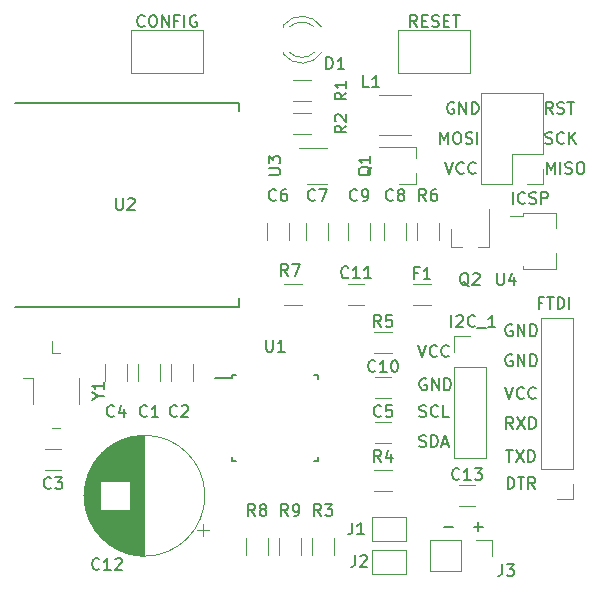
<source format=gbr>
%TF.GenerationSoftware,KiCad,Pcbnew,(6.0.7)*%
%TF.CreationDate,2023-04-08T23:37:57+02:00*%
%TF.ProjectId,hb-uni-644_328P_small,68622d75-6e69-42d3-9634-345f33323850,rev?*%
%TF.SameCoordinates,Original*%
%TF.FileFunction,Legend,Top*%
%TF.FilePolarity,Positive*%
%FSLAX46Y46*%
G04 Gerber Fmt 4.6, Leading zero omitted, Abs format (unit mm)*
G04 Created by KiCad (PCBNEW (6.0.7)) date 2023-04-08 23:37:57*
%MOMM*%
%LPD*%
G01*
G04 APERTURE LIST*
%ADD10C,0.150000*%
%ADD11C,0.120000*%
G04 APERTURE END LIST*
D10*
X69278666Y-79716380D02*
X69612000Y-80716380D01*
X69945333Y-79716380D01*
X70850095Y-80621142D02*
X70802476Y-80668761D01*
X70659619Y-80716380D01*
X70564380Y-80716380D01*
X70421523Y-80668761D01*
X70326285Y-80573523D01*
X70278666Y-80478285D01*
X70231047Y-80287809D01*
X70231047Y-80144952D01*
X70278666Y-79954476D01*
X70326285Y-79859238D01*
X70421523Y-79764000D01*
X70564380Y-79716380D01*
X70659619Y-79716380D01*
X70802476Y-79764000D01*
X70850095Y-79811619D01*
X71850095Y-80621142D02*
X71802476Y-80668761D01*
X71659619Y-80716380D01*
X71564380Y-80716380D01*
X71421523Y-80668761D01*
X71326285Y-80573523D01*
X71278666Y-80478285D01*
X71231047Y-80287809D01*
X71231047Y-80144952D01*
X71278666Y-79954476D01*
X71326285Y-79859238D01*
X71421523Y-79764000D01*
X71564380Y-79716380D01*
X71659619Y-79716380D01*
X71802476Y-79764000D01*
X71850095Y-79811619D01*
X72790595Y-61651380D02*
X72790595Y-60651380D01*
X73123928Y-61365666D01*
X73457261Y-60651380D01*
X73457261Y-61651380D01*
X73933452Y-61651380D02*
X73933452Y-60651380D01*
X74362023Y-61603761D02*
X74504880Y-61651380D01*
X74742976Y-61651380D01*
X74838214Y-61603761D01*
X74885833Y-61556142D01*
X74933452Y-61460904D01*
X74933452Y-61365666D01*
X74885833Y-61270428D01*
X74838214Y-61222809D01*
X74742976Y-61175190D01*
X74552500Y-61127571D01*
X74457261Y-61079952D01*
X74409642Y-61032333D01*
X74362023Y-60937095D01*
X74362023Y-60841857D01*
X74409642Y-60746619D01*
X74457261Y-60699000D01*
X74552500Y-60651380D01*
X74790595Y-60651380D01*
X74933452Y-60699000D01*
X75552500Y-60651380D02*
X75742976Y-60651380D01*
X75838214Y-60699000D01*
X75933452Y-60794238D01*
X75981071Y-60984714D01*
X75981071Y-61318047D01*
X75933452Y-61508523D01*
X75838214Y-61603761D01*
X75742976Y-61651380D01*
X75552500Y-61651380D01*
X75457261Y-61603761D01*
X75362023Y-61508523D01*
X75314404Y-61318047D01*
X75314404Y-60984714D01*
X75362023Y-60794238D01*
X75457261Y-60699000D01*
X75552500Y-60651380D01*
X73302023Y-56571380D02*
X72968690Y-56095190D01*
X72730595Y-56571380D02*
X72730595Y-55571380D01*
X73111547Y-55571380D01*
X73206785Y-55619000D01*
X73254404Y-55666619D01*
X73302023Y-55761857D01*
X73302023Y-55904714D01*
X73254404Y-55999952D01*
X73206785Y-56047571D01*
X73111547Y-56095190D01*
X72730595Y-56095190D01*
X73682976Y-56523761D02*
X73825833Y-56571380D01*
X74063928Y-56571380D01*
X74159166Y-56523761D01*
X74206785Y-56476142D01*
X74254404Y-56380904D01*
X74254404Y-56285666D01*
X74206785Y-56190428D01*
X74159166Y-56142809D01*
X74063928Y-56095190D01*
X73873452Y-56047571D01*
X73778214Y-55999952D01*
X73730595Y-55952333D01*
X73682976Y-55857095D01*
X73682976Y-55761857D01*
X73730595Y-55666619D01*
X73778214Y-55619000D01*
X73873452Y-55571380D01*
X74111547Y-55571380D01*
X74254404Y-55619000D01*
X74540119Y-55571380D02*
X75111547Y-55571380D01*
X74825833Y-56571380D02*
X74825833Y-55571380D01*
X64089595Y-91511428D02*
X64851500Y-91511428D01*
X62581404Y-79012000D02*
X62486166Y-78964380D01*
X62343309Y-78964380D01*
X62200452Y-79012000D01*
X62105214Y-79107238D01*
X62057595Y-79202476D01*
X62009976Y-79392952D01*
X62009976Y-79535809D01*
X62057595Y-79726285D01*
X62105214Y-79821523D01*
X62200452Y-79916761D01*
X62343309Y-79964380D01*
X62438547Y-79964380D01*
X62581404Y-79916761D01*
X62629023Y-79869142D01*
X62629023Y-79535809D01*
X62438547Y-79535809D01*
X63057595Y-79964380D02*
X63057595Y-78964380D01*
X63629023Y-79964380D01*
X63629023Y-78964380D01*
X64105214Y-79964380D02*
X64105214Y-78964380D01*
X64343309Y-78964380D01*
X64486166Y-79012000D01*
X64581404Y-79107238D01*
X64629023Y-79202476D01*
X64676642Y-79392952D01*
X64676642Y-79535809D01*
X64629023Y-79726285D01*
X64581404Y-79821523D01*
X64486166Y-79916761D01*
X64343309Y-79964380D01*
X64105214Y-79964380D01*
X69469142Y-88336380D02*
X69469142Y-87336380D01*
X69707238Y-87336380D01*
X69850095Y-87384000D01*
X69945333Y-87479238D01*
X69992952Y-87574476D01*
X70040571Y-87764952D01*
X70040571Y-87907809D01*
X69992952Y-88098285D01*
X69945333Y-88193523D01*
X69850095Y-88288761D01*
X69707238Y-88336380D01*
X69469142Y-88336380D01*
X70326285Y-87336380D02*
X70897714Y-87336380D01*
X70612000Y-88336380D02*
X70612000Y-87336380D01*
X71802476Y-88336380D02*
X71469142Y-87860190D01*
X71231047Y-88336380D02*
X71231047Y-87336380D01*
X71612000Y-87336380D01*
X71707238Y-87384000D01*
X71754857Y-87431619D01*
X71802476Y-87526857D01*
X71802476Y-87669714D01*
X71754857Y-87764952D01*
X71707238Y-87812571D01*
X71612000Y-87860190D01*
X71231047Y-87860190D01*
X61914738Y-76160380D02*
X62248071Y-77160380D01*
X62581404Y-76160380D01*
X63486166Y-77065142D02*
X63438547Y-77112761D01*
X63295690Y-77160380D01*
X63200452Y-77160380D01*
X63057595Y-77112761D01*
X62962357Y-77017523D01*
X62914738Y-76922285D01*
X62867119Y-76731809D01*
X62867119Y-76588952D01*
X62914738Y-76398476D01*
X62962357Y-76303238D01*
X63057595Y-76208000D01*
X63200452Y-76160380D01*
X63295690Y-76160380D01*
X63438547Y-76208000D01*
X63486166Y-76255619D01*
X64486166Y-77065142D02*
X64438547Y-77112761D01*
X64295690Y-77160380D01*
X64200452Y-77160380D01*
X64057595Y-77112761D01*
X63962357Y-77017523D01*
X63914738Y-76922285D01*
X63867119Y-76731809D01*
X63867119Y-76588952D01*
X63914738Y-76398476D01*
X63962357Y-76303238D01*
X64057595Y-76208000D01*
X64200452Y-76160380D01*
X64295690Y-76160380D01*
X64438547Y-76208000D01*
X64486166Y-76255619D01*
X62009976Y-82192761D02*
X62152833Y-82240380D01*
X62390928Y-82240380D01*
X62486166Y-82192761D01*
X62533785Y-82145142D01*
X62581404Y-82049904D01*
X62581404Y-81954666D01*
X62533785Y-81859428D01*
X62486166Y-81811809D01*
X62390928Y-81764190D01*
X62200452Y-81716571D01*
X62105214Y-81668952D01*
X62057595Y-81621333D01*
X62009976Y-81526095D01*
X62009976Y-81430857D01*
X62057595Y-81335619D01*
X62105214Y-81288000D01*
X62200452Y-81240380D01*
X62438547Y-81240380D01*
X62581404Y-81288000D01*
X63581404Y-82145142D02*
X63533785Y-82192761D01*
X63390928Y-82240380D01*
X63295690Y-82240380D01*
X63152833Y-82192761D01*
X63057595Y-82097523D01*
X63009976Y-82002285D01*
X62962357Y-81811809D01*
X62962357Y-81668952D01*
X63009976Y-81478476D01*
X63057595Y-81383238D01*
X63152833Y-81288000D01*
X63295690Y-81240380D01*
X63390928Y-81240380D01*
X63533785Y-81288000D01*
X63581404Y-81335619D01*
X64486166Y-82240380D02*
X64009976Y-82240380D01*
X64009976Y-81240380D01*
X72682976Y-59063761D02*
X72825833Y-59111380D01*
X73063928Y-59111380D01*
X73159166Y-59063761D01*
X73206785Y-59016142D01*
X73254404Y-58920904D01*
X73254404Y-58825666D01*
X73206785Y-58730428D01*
X73159166Y-58682809D01*
X73063928Y-58635190D01*
X72873452Y-58587571D01*
X72778214Y-58539952D01*
X72730595Y-58492333D01*
X72682976Y-58397095D01*
X72682976Y-58301857D01*
X72730595Y-58206619D01*
X72778214Y-58159000D01*
X72873452Y-58111380D01*
X73111547Y-58111380D01*
X73254404Y-58159000D01*
X74254404Y-59016142D02*
X74206785Y-59063761D01*
X74063928Y-59111380D01*
X73968690Y-59111380D01*
X73825833Y-59063761D01*
X73730595Y-58968523D01*
X73682976Y-58873285D01*
X73635357Y-58682809D01*
X73635357Y-58539952D01*
X73682976Y-58349476D01*
X73730595Y-58254238D01*
X73825833Y-58159000D01*
X73968690Y-58111380D01*
X74063928Y-58111380D01*
X74206785Y-58159000D01*
X74254404Y-58206619D01*
X74682976Y-59111380D02*
X74682976Y-58111380D01*
X75254404Y-59111380D02*
X74825833Y-58539952D01*
X75254404Y-58111380D02*
X74682976Y-58682809D01*
X64196595Y-60666380D02*
X64529928Y-61666380D01*
X64863261Y-60666380D01*
X65768023Y-61571142D02*
X65720404Y-61618761D01*
X65577547Y-61666380D01*
X65482309Y-61666380D01*
X65339452Y-61618761D01*
X65244214Y-61523523D01*
X65196595Y-61428285D01*
X65148976Y-61237809D01*
X65148976Y-61094952D01*
X65196595Y-60904476D01*
X65244214Y-60809238D01*
X65339452Y-60714000D01*
X65482309Y-60666380D01*
X65577547Y-60666380D01*
X65720404Y-60714000D01*
X65768023Y-60761619D01*
X66768023Y-61571142D02*
X66720404Y-61618761D01*
X66577547Y-61666380D01*
X66482309Y-61666380D01*
X66339452Y-61618761D01*
X66244214Y-61523523D01*
X66196595Y-61428285D01*
X66148976Y-61237809D01*
X66148976Y-61094952D01*
X66196595Y-60904476D01*
X66244214Y-60809238D01*
X66339452Y-60714000D01*
X66482309Y-60666380D01*
X66577547Y-60666380D01*
X66720404Y-60714000D01*
X66768023Y-60761619D01*
X69350095Y-85050380D02*
X69921523Y-85050380D01*
X69635809Y-86050380D02*
X69635809Y-85050380D01*
X70159619Y-85050380D02*
X70826285Y-86050380D01*
X70826285Y-85050380D02*
X70159619Y-86050380D01*
X71207238Y-86050380D02*
X71207238Y-85050380D01*
X71445333Y-85050380D01*
X71588190Y-85098000D01*
X71683428Y-85193238D01*
X71731047Y-85288476D01*
X71778666Y-85478952D01*
X71778666Y-85621809D01*
X71731047Y-85812285D01*
X71683428Y-85907523D01*
X71588190Y-86002761D01*
X71445333Y-86050380D01*
X71207238Y-86050380D01*
X64926785Y-55634000D02*
X64831547Y-55586380D01*
X64688690Y-55586380D01*
X64545833Y-55634000D01*
X64450595Y-55729238D01*
X64402976Y-55824476D01*
X64355357Y-56014952D01*
X64355357Y-56157809D01*
X64402976Y-56348285D01*
X64450595Y-56443523D01*
X64545833Y-56538761D01*
X64688690Y-56586380D01*
X64783928Y-56586380D01*
X64926785Y-56538761D01*
X64974404Y-56491142D01*
X64974404Y-56157809D01*
X64783928Y-56157809D01*
X65402976Y-56586380D02*
X65402976Y-55586380D01*
X65974404Y-56586380D01*
X65974404Y-55586380D01*
X66450595Y-56586380D02*
X66450595Y-55586380D01*
X66688690Y-55586380D01*
X66831547Y-55634000D01*
X66926785Y-55729238D01*
X66974404Y-55824476D01*
X67022023Y-56014952D01*
X67022023Y-56157809D01*
X66974404Y-56348285D01*
X66926785Y-56443523D01*
X66831547Y-56538761D01*
X66688690Y-56586380D01*
X66450595Y-56586380D01*
X63776547Y-59111380D02*
X63776547Y-58111380D01*
X64109880Y-58825666D01*
X64443214Y-58111380D01*
X64443214Y-59111380D01*
X65109880Y-58111380D02*
X65300357Y-58111380D01*
X65395595Y-58159000D01*
X65490833Y-58254238D01*
X65538452Y-58444714D01*
X65538452Y-58778047D01*
X65490833Y-58968523D01*
X65395595Y-59063761D01*
X65300357Y-59111380D01*
X65109880Y-59111380D01*
X65014642Y-59063761D01*
X64919404Y-58968523D01*
X64871785Y-58778047D01*
X64871785Y-58444714D01*
X64919404Y-58254238D01*
X65014642Y-58159000D01*
X65109880Y-58111380D01*
X65919404Y-59063761D02*
X66062261Y-59111380D01*
X66300357Y-59111380D01*
X66395595Y-59063761D01*
X66443214Y-59016142D01*
X66490833Y-58920904D01*
X66490833Y-58825666D01*
X66443214Y-58730428D01*
X66395595Y-58682809D01*
X66300357Y-58635190D01*
X66109880Y-58587571D01*
X66014642Y-58539952D01*
X65967023Y-58492333D01*
X65919404Y-58397095D01*
X65919404Y-58301857D01*
X65967023Y-58206619D01*
X66014642Y-58159000D01*
X66109880Y-58111380D01*
X66347976Y-58111380D01*
X66490833Y-58159000D01*
X66919404Y-59111380D02*
X66919404Y-58111380D01*
X69945333Y-83256380D02*
X69612000Y-82780190D01*
X69373904Y-83256380D02*
X69373904Y-82256380D01*
X69754857Y-82256380D01*
X69850095Y-82304000D01*
X69897714Y-82351619D01*
X69945333Y-82446857D01*
X69945333Y-82589714D01*
X69897714Y-82684952D01*
X69850095Y-82732571D01*
X69754857Y-82780190D01*
X69373904Y-82780190D01*
X70278666Y-82256380D02*
X70945333Y-83256380D01*
X70945333Y-82256380D02*
X70278666Y-83256380D01*
X71326285Y-83256380D02*
X71326285Y-82256380D01*
X71564380Y-82256380D01*
X71707238Y-82304000D01*
X71802476Y-82399238D01*
X71850095Y-82494476D01*
X71897714Y-82684952D01*
X71897714Y-82827809D01*
X71850095Y-83018285D01*
X71802476Y-83113523D01*
X71707238Y-83208761D01*
X71564380Y-83256380D01*
X71326285Y-83256380D01*
X62009976Y-84732761D02*
X62152833Y-84780380D01*
X62390928Y-84780380D01*
X62486166Y-84732761D01*
X62533785Y-84685142D01*
X62581404Y-84589904D01*
X62581404Y-84494666D01*
X62533785Y-84399428D01*
X62486166Y-84351809D01*
X62390928Y-84304190D01*
X62200452Y-84256571D01*
X62105214Y-84208952D01*
X62057595Y-84161333D01*
X62009976Y-84066095D01*
X62009976Y-83970857D01*
X62057595Y-83875619D01*
X62105214Y-83828000D01*
X62200452Y-83780380D01*
X62438547Y-83780380D01*
X62581404Y-83828000D01*
X63009976Y-84780380D02*
X63009976Y-83780380D01*
X63248071Y-83780380D01*
X63390928Y-83828000D01*
X63486166Y-83923238D01*
X63533785Y-84018476D01*
X63581404Y-84208952D01*
X63581404Y-84351809D01*
X63533785Y-84542285D01*
X63486166Y-84637523D01*
X63390928Y-84732761D01*
X63248071Y-84780380D01*
X63009976Y-84780380D01*
X63962357Y-84494666D02*
X64438547Y-84494666D01*
X63867119Y-84780380D02*
X64200452Y-83780380D01*
X64533785Y-84780380D01*
X66629595Y-91511428D02*
X67391500Y-91511428D01*
X67010547Y-91892380D02*
X67010547Y-91130476D01*
X69850095Y-74440000D02*
X69754857Y-74392380D01*
X69612000Y-74392380D01*
X69469142Y-74440000D01*
X69373904Y-74535238D01*
X69326285Y-74630476D01*
X69278666Y-74820952D01*
X69278666Y-74963809D01*
X69326285Y-75154285D01*
X69373904Y-75249523D01*
X69469142Y-75344761D01*
X69612000Y-75392380D01*
X69707238Y-75392380D01*
X69850095Y-75344761D01*
X69897714Y-75297142D01*
X69897714Y-74963809D01*
X69707238Y-74963809D01*
X70326285Y-75392380D02*
X70326285Y-74392380D01*
X70897714Y-75392380D01*
X70897714Y-74392380D01*
X71373904Y-75392380D02*
X71373904Y-74392380D01*
X71612000Y-74392380D01*
X71754857Y-74440000D01*
X71850095Y-74535238D01*
X71897714Y-74630476D01*
X71945333Y-74820952D01*
X71945333Y-74963809D01*
X71897714Y-75154285D01*
X71850095Y-75249523D01*
X71754857Y-75344761D01*
X71612000Y-75392380D01*
X71373904Y-75392380D01*
X69850095Y-76980000D02*
X69754857Y-76932380D01*
X69612000Y-76932380D01*
X69469142Y-76980000D01*
X69373904Y-77075238D01*
X69326285Y-77170476D01*
X69278666Y-77360952D01*
X69278666Y-77503809D01*
X69326285Y-77694285D01*
X69373904Y-77789523D01*
X69469142Y-77884761D01*
X69612000Y-77932380D01*
X69707238Y-77932380D01*
X69850095Y-77884761D01*
X69897714Y-77837142D01*
X69897714Y-77503809D01*
X69707238Y-77503809D01*
X70326285Y-77932380D02*
X70326285Y-76932380D01*
X70897714Y-77932380D01*
X70897714Y-76932380D01*
X71373904Y-77932380D02*
X71373904Y-76932380D01*
X71612000Y-76932380D01*
X71754857Y-76980000D01*
X71850095Y-77075238D01*
X71897714Y-77170476D01*
X71945333Y-77360952D01*
X71945333Y-77503809D01*
X71897714Y-77694285D01*
X71850095Y-77789523D01*
X71754857Y-77884761D01*
X71612000Y-77932380D01*
X71373904Y-77932380D01*
%TO.C,J6*%
X64714666Y-74620380D02*
X64714666Y-73620380D01*
X65143238Y-73715619D02*
X65190857Y-73668000D01*
X65286095Y-73620380D01*
X65524190Y-73620380D01*
X65619428Y-73668000D01*
X65667047Y-73715619D01*
X65714666Y-73810857D01*
X65714666Y-73906095D01*
X65667047Y-74048952D01*
X65095619Y-74620380D01*
X65714666Y-74620380D01*
X66714666Y-74525142D02*
X66667047Y-74572761D01*
X66524190Y-74620380D01*
X66428952Y-74620380D01*
X66286095Y-74572761D01*
X66190857Y-74477523D01*
X66143238Y-74382285D01*
X66095619Y-74191809D01*
X66095619Y-74048952D01*
X66143238Y-73858476D01*
X66190857Y-73763238D01*
X66286095Y-73668000D01*
X66428952Y-73620380D01*
X66524190Y-73620380D01*
X66667047Y-73668000D01*
X66714666Y-73715619D01*
X66905142Y-74715619D02*
X67667047Y-74715619D01*
X68428952Y-74620380D02*
X67857523Y-74620380D01*
X68143238Y-74620380D02*
X68143238Y-73620380D01*
X68048000Y-73763238D01*
X67952761Y-73858476D01*
X67857523Y-73906095D01*
%TO.C,R3*%
X53681333Y-90622380D02*
X53348000Y-90146190D01*
X53109904Y-90622380D02*
X53109904Y-89622380D01*
X53490857Y-89622380D01*
X53586095Y-89670000D01*
X53633714Y-89717619D01*
X53681333Y-89812857D01*
X53681333Y-89955714D01*
X53633714Y-90050952D01*
X53586095Y-90098571D01*
X53490857Y-90146190D01*
X53109904Y-90146190D01*
X54014666Y-89622380D02*
X54633714Y-89622380D01*
X54300380Y-90003333D01*
X54443238Y-90003333D01*
X54538476Y-90050952D01*
X54586095Y-90098571D01*
X54633714Y-90193809D01*
X54633714Y-90431904D01*
X54586095Y-90527142D01*
X54538476Y-90574761D01*
X54443238Y-90622380D01*
X54157523Y-90622380D01*
X54062285Y-90574761D01*
X54014666Y-90527142D01*
%TO.C,J2*%
X56562666Y-93940380D02*
X56562666Y-94654666D01*
X56515047Y-94797523D01*
X56419809Y-94892761D01*
X56276952Y-94940380D01*
X56181714Y-94940380D01*
X56991238Y-94035619D02*
X57038857Y-93988000D01*
X57134095Y-93940380D01*
X57372190Y-93940380D01*
X57467428Y-93988000D01*
X57515047Y-94035619D01*
X57562666Y-94130857D01*
X57562666Y-94226095D01*
X57515047Y-94368952D01*
X56943619Y-94940380D01*
X57562666Y-94940380D01*
%TO.C,U3*%
X49236380Y-61721904D02*
X50045904Y-61721904D01*
X50141142Y-61674285D01*
X50188761Y-61626666D01*
X50236380Y-61531428D01*
X50236380Y-61340952D01*
X50188761Y-61245714D01*
X50141142Y-61198095D01*
X50045904Y-61150476D01*
X49236380Y-61150476D01*
X49236380Y-60769523D02*
X49236380Y-60150476D01*
X49617333Y-60483809D01*
X49617333Y-60340952D01*
X49664952Y-60245714D01*
X49712571Y-60198095D01*
X49807809Y-60150476D01*
X50045904Y-60150476D01*
X50141142Y-60198095D01*
X50188761Y-60245714D01*
X50236380Y-60340952D01*
X50236380Y-60626666D01*
X50188761Y-60721904D01*
X50141142Y-60769523D01*
%TO.C,J1*%
X56308666Y-91176380D02*
X56308666Y-91890666D01*
X56261047Y-92033523D01*
X56165809Y-92128761D01*
X56022952Y-92176380D01*
X55927714Y-92176380D01*
X57308666Y-92176380D02*
X56737238Y-92176380D01*
X57022952Y-92176380D02*
X57022952Y-91176380D01*
X56927714Y-91319238D01*
X56832476Y-91414476D01*
X56737238Y-91462095D01*
%TO.C,R6*%
X62571333Y-63952380D02*
X62238000Y-63476190D01*
X61999904Y-63952380D02*
X61999904Y-62952380D01*
X62380857Y-62952380D01*
X62476095Y-63000000D01*
X62523714Y-63047619D01*
X62571333Y-63142857D01*
X62571333Y-63285714D01*
X62523714Y-63380952D01*
X62476095Y-63428571D01*
X62380857Y-63476190D01*
X61999904Y-63476190D01*
X63428476Y-62952380D02*
X63238000Y-62952380D01*
X63142761Y-63000000D01*
X63095142Y-63047619D01*
X62999904Y-63190476D01*
X62952285Y-63380952D01*
X62952285Y-63761904D01*
X62999904Y-63857142D01*
X63047523Y-63904761D01*
X63142761Y-63952380D01*
X63333238Y-63952380D01*
X63428476Y-63904761D01*
X63476095Y-63857142D01*
X63523714Y-63761904D01*
X63523714Y-63523809D01*
X63476095Y-63428571D01*
X63428476Y-63380952D01*
X63333238Y-63333333D01*
X63142761Y-63333333D01*
X63047523Y-63380952D01*
X62999904Y-63428571D01*
X62952285Y-63523809D01*
%TO.C,C13*%
X65397142Y-87479142D02*
X65349523Y-87526761D01*
X65206666Y-87574380D01*
X65111428Y-87574380D01*
X64968571Y-87526761D01*
X64873333Y-87431523D01*
X64825714Y-87336285D01*
X64778095Y-87145809D01*
X64778095Y-87002952D01*
X64825714Y-86812476D01*
X64873333Y-86717238D01*
X64968571Y-86622000D01*
X65111428Y-86574380D01*
X65206666Y-86574380D01*
X65349523Y-86622000D01*
X65397142Y-86669619D01*
X66349523Y-87574380D02*
X65778095Y-87574380D01*
X66063809Y-87574380D02*
X66063809Y-86574380D01*
X65968571Y-86717238D01*
X65873333Y-86812476D01*
X65778095Y-86860095D01*
X66682857Y-86574380D02*
X67301904Y-86574380D01*
X66968571Y-86955333D01*
X67111428Y-86955333D01*
X67206666Y-87002952D01*
X67254285Y-87050571D01*
X67301904Y-87145809D01*
X67301904Y-87383904D01*
X67254285Y-87479142D01*
X67206666Y-87526761D01*
X67111428Y-87574380D01*
X66825714Y-87574380D01*
X66730476Y-87526761D01*
X66682857Y-87479142D01*
%TO.C,R4*%
X58761333Y-86050380D02*
X58428000Y-85574190D01*
X58189904Y-86050380D02*
X58189904Y-85050380D01*
X58570857Y-85050380D01*
X58666095Y-85098000D01*
X58713714Y-85145619D01*
X58761333Y-85240857D01*
X58761333Y-85383714D01*
X58713714Y-85478952D01*
X58666095Y-85526571D01*
X58570857Y-85574190D01*
X58189904Y-85574190D01*
X59618476Y-85383714D02*
X59618476Y-86050380D01*
X59380380Y-85002761D02*
X59142285Y-85717047D01*
X59761333Y-85717047D01*
%TO.C,C10*%
X58285142Y-78335142D02*
X58237523Y-78382761D01*
X58094666Y-78430380D01*
X57999428Y-78430380D01*
X57856571Y-78382761D01*
X57761333Y-78287523D01*
X57713714Y-78192285D01*
X57666095Y-78001809D01*
X57666095Y-77858952D01*
X57713714Y-77668476D01*
X57761333Y-77573238D01*
X57856571Y-77478000D01*
X57999428Y-77430380D01*
X58094666Y-77430380D01*
X58237523Y-77478000D01*
X58285142Y-77525619D01*
X59237523Y-78430380D02*
X58666095Y-78430380D01*
X58951809Y-78430380D02*
X58951809Y-77430380D01*
X58856571Y-77573238D01*
X58761333Y-77668476D01*
X58666095Y-77716095D01*
X59856571Y-77430380D02*
X59951809Y-77430380D01*
X60047047Y-77478000D01*
X60094666Y-77525619D01*
X60142285Y-77620857D01*
X60189904Y-77811333D01*
X60189904Y-78049428D01*
X60142285Y-78239904D01*
X60094666Y-78335142D01*
X60047047Y-78382761D01*
X59951809Y-78430380D01*
X59856571Y-78430380D01*
X59761333Y-78382761D01*
X59713714Y-78335142D01*
X59666095Y-78239904D01*
X59618476Y-78049428D01*
X59618476Y-77811333D01*
X59666095Y-77620857D01*
X59713714Y-77525619D01*
X59761333Y-77478000D01*
X59856571Y-77430380D01*
%TO.C,J3*%
X69008666Y-94702380D02*
X69008666Y-95416666D01*
X68961047Y-95559523D01*
X68865809Y-95654761D01*
X68722952Y-95702380D01*
X68627714Y-95702380D01*
X69389619Y-94702380D02*
X70008666Y-94702380D01*
X69675333Y-95083333D01*
X69818190Y-95083333D01*
X69913428Y-95130952D01*
X69961047Y-95178571D01*
X70008666Y-95273809D01*
X70008666Y-95511904D01*
X69961047Y-95607142D01*
X69913428Y-95654761D01*
X69818190Y-95702380D01*
X69532476Y-95702380D01*
X69437238Y-95654761D01*
X69389619Y-95607142D01*
%TO.C,C2*%
X41489333Y-82145142D02*
X41441714Y-82192761D01*
X41298857Y-82240380D01*
X41203619Y-82240380D01*
X41060761Y-82192761D01*
X40965523Y-82097523D01*
X40917904Y-82002285D01*
X40870285Y-81811809D01*
X40870285Y-81668952D01*
X40917904Y-81478476D01*
X40965523Y-81383238D01*
X41060761Y-81288000D01*
X41203619Y-81240380D01*
X41298857Y-81240380D01*
X41441714Y-81288000D01*
X41489333Y-81335619D01*
X41870285Y-81335619D02*
X41917904Y-81288000D01*
X42013142Y-81240380D01*
X42251238Y-81240380D01*
X42346476Y-81288000D01*
X42394095Y-81335619D01*
X42441714Y-81430857D01*
X42441714Y-81526095D01*
X42394095Y-81668952D01*
X41822666Y-82240380D01*
X42441714Y-82240380D01*
%TO.C,C6*%
X49871333Y-63857142D02*
X49823714Y-63904761D01*
X49680857Y-63952380D01*
X49585619Y-63952380D01*
X49442761Y-63904761D01*
X49347523Y-63809523D01*
X49299904Y-63714285D01*
X49252285Y-63523809D01*
X49252285Y-63380952D01*
X49299904Y-63190476D01*
X49347523Y-63095238D01*
X49442761Y-63000000D01*
X49585619Y-62952380D01*
X49680857Y-62952380D01*
X49823714Y-63000000D01*
X49871333Y-63047619D01*
X50728476Y-62952380D02*
X50538000Y-62952380D01*
X50442761Y-63000000D01*
X50395142Y-63047619D01*
X50299904Y-63190476D01*
X50252285Y-63380952D01*
X50252285Y-63761904D01*
X50299904Y-63857142D01*
X50347523Y-63904761D01*
X50442761Y-63952380D01*
X50633238Y-63952380D01*
X50728476Y-63904761D01*
X50776095Y-63857142D01*
X50823714Y-63761904D01*
X50823714Y-63523809D01*
X50776095Y-63428571D01*
X50728476Y-63380952D01*
X50633238Y-63333333D01*
X50442761Y-63333333D01*
X50347523Y-63380952D01*
X50299904Y-63428571D01*
X50252285Y-63523809D01*
%TO.C,U2*%
X36322095Y-63714380D02*
X36322095Y-64523904D01*
X36369714Y-64619142D01*
X36417333Y-64666761D01*
X36512571Y-64714380D01*
X36703047Y-64714380D01*
X36798285Y-64666761D01*
X36845904Y-64619142D01*
X36893523Y-64523904D01*
X36893523Y-63714380D01*
X37322095Y-63809619D02*
X37369714Y-63762000D01*
X37464952Y-63714380D01*
X37703047Y-63714380D01*
X37798285Y-63762000D01*
X37845904Y-63809619D01*
X37893523Y-63904857D01*
X37893523Y-64000095D01*
X37845904Y-64142952D01*
X37274476Y-64714380D01*
X37893523Y-64714380D01*
%TO.C,C9*%
X56729333Y-63857142D02*
X56681714Y-63904761D01*
X56538857Y-63952380D01*
X56443619Y-63952380D01*
X56300761Y-63904761D01*
X56205523Y-63809523D01*
X56157904Y-63714285D01*
X56110285Y-63523809D01*
X56110285Y-63380952D01*
X56157904Y-63190476D01*
X56205523Y-63095238D01*
X56300761Y-63000000D01*
X56443619Y-62952380D01*
X56538857Y-62952380D01*
X56681714Y-63000000D01*
X56729333Y-63047619D01*
X57205523Y-63952380D02*
X57396000Y-63952380D01*
X57491238Y-63904761D01*
X57538857Y-63857142D01*
X57634095Y-63714285D01*
X57681714Y-63523809D01*
X57681714Y-63142857D01*
X57634095Y-63047619D01*
X57586476Y-63000000D01*
X57491238Y-62952380D01*
X57300761Y-62952380D01*
X57205523Y-63000000D01*
X57157904Y-63047619D01*
X57110285Y-63142857D01*
X57110285Y-63380952D01*
X57157904Y-63476190D01*
X57205523Y-63523809D01*
X57300761Y-63571428D01*
X57491238Y-63571428D01*
X57586476Y-63523809D01*
X57634095Y-63476190D01*
X57681714Y-63380952D01*
%TO.C,R5*%
X58761333Y-74620380D02*
X58428000Y-74144190D01*
X58189904Y-74620380D02*
X58189904Y-73620380D01*
X58570857Y-73620380D01*
X58666095Y-73668000D01*
X58713714Y-73715619D01*
X58761333Y-73810857D01*
X58761333Y-73953714D01*
X58713714Y-74048952D01*
X58666095Y-74096571D01*
X58570857Y-74144190D01*
X58189904Y-74144190D01*
X59666095Y-73620380D02*
X59189904Y-73620380D01*
X59142285Y-74096571D01*
X59189904Y-74048952D01*
X59285142Y-74001333D01*
X59523238Y-74001333D01*
X59618476Y-74048952D01*
X59666095Y-74096571D01*
X59713714Y-74191809D01*
X59713714Y-74429904D01*
X59666095Y-74525142D01*
X59618476Y-74572761D01*
X59523238Y-74620380D01*
X59285142Y-74620380D01*
X59189904Y-74572761D01*
X59142285Y-74525142D01*
%TO.C,SW2*%
X38735238Y-49125142D02*
X38687619Y-49172761D01*
X38544761Y-49220380D01*
X38449523Y-49220380D01*
X38306666Y-49172761D01*
X38211428Y-49077523D01*
X38163809Y-48982285D01*
X38116190Y-48791809D01*
X38116190Y-48648952D01*
X38163809Y-48458476D01*
X38211428Y-48363238D01*
X38306666Y-48268000D01*
X38449523Y-48220380D01*
X38544761Y-48220380D01*
X38687619Y-48268000D01*
X38735238Y-48315619D01*
X39354285Y-48220380D02*
X39544761Y-48220380D01*
X39640000Y-48268000D01*
X39735238Y-48363238D01*
X39782857Y-48553714D01*
X39782857Y-48887047D01*
X39735238Y-49077523D01*
X39640000Y-49172761D01*
X39544761Y-49220380D01*
X39354285Y-49220380D01*
X39259047Y-49172761D01*
X39163809Y-49077523D01*
X39116190Y-48887047D01*
X39116190Y-48553714D01*
X39163809Y-48363238D01*
X39259047Y-48268000D01*
X39354285Y-48220380D01*
X40211428Y-49220380D02*
X40211428Y-48220380D01*
X40782857Y-49220380D01*
X40782857Y-48220380D01*
X41592380Y-48696571D02*
X41259047Y-48696571D01*
X41259047Y-49220380D02*
X41259047Y-48220380D01*
X41735238Y-48220380D01*
X42116190Y-49220380D02*
X42116190Y-48220380D01*
X43116190Y-48268000D02*
X43020952Y-48220380D01*
X42878095Y-48220380D01*
X42735238Y-48268000D01*
X42640000Y-48363238D01*
X42592380Y-48458476D01*
X42544761Y-48648952D01*
X42544761Y-48791809D01*
X42592380Y-48982285D01*
X42640000Y-49077523D01*
X42735238Y-49172761D01*
X42878095Y-49220380D01*
X42973333Y-49220380D01*
X43116190Y-49172761D01*
X43163809Y-49125142D01*
X43163809Y-48791809D01*
X42973333Y-48791809D01*
%TO.C,R9*%
X50887333Y-90622380D02*
X50554000Y-90146190D01*
X50315904Y-90622380D02*
X50315904Y-89622380D01*
X50696857Y-89622380D01*
X50792095Y-89670000D01*
X50839714Y-89717619D01*
X50887333Y-89812857D01*
X50887333Y-89955714D01*
X50839714Y-90050952D01*
X50792095Y-90098571D01*
X50696857Y-90146190D01*
X50315904Y-90146190D01*
X51363523Y-90622380D02*
X51554000Y-90622380D01*
X51649238Y-90574761D01*
X51696857Y-90527142D01*
X51792095Y-90384285D01*
X51839714Y-90193809D01*
X51839714Y-89812857D01*
X51792095Y-89717619D01*
X51744476Y-89670000D01*
X51649238Y-89622380D01*
X51458761Y-89622380D01*
X51363523Y-89670000D01*
X51315904Y-89717619D01*
X51268285Y-89812857D01*
X51268285Y-90050952D01*
X51315904Y-90146190D01*
X51363523Y-90193809D01*
X51458761Y-90241428D01*
X51649238Y-90241428D01*
X51744476Y-90193809D01*
X51792095Y-90146190D01*
X51839714Y-90050952D01*
%TO.C,R1*%
X55824380Y-54776666D02*
X55348190Y-55110000D01*
X55824380Y-55348095D02*
X54824380Y-55348095D01*
X54824380Y-54967142D01*
X54872000Y-54871904D01*
X54919619Y-54824285D01*
X55014857Y-54776666D01*
X55157714Y-54776666D01*
X55252952Y-54824285D01*
X55300571Y-54871904D01*
X55348190Y-54967142D01*
X55348190Y-55348095D01*
X55824380Y-53824285D02*
X55824380Y-54395714D01*
X55824380Y-54110000D02*
X54824380Y-54110000D01*
X54967238Y-54205238D01*
X55062476Y-54300476D01*
X55110095Y-54395714D01*
%TO.C,C12*%
X34917142Y-95099142D02*
X34869523Y-95146761D01*
X34726666Y-95194380D01*
X34631428Y-95194380D01*
X34488571Y-95146761D01*
X34393333Y-95051523D01*
X34345714Y-94956285D01*
X34298095Y-94765809D01*
X34298095Y-94622952D01*
X34345714Y-94432476D01*
X34393333Y-94337238D01*
X34488571Y-94242000D01*
X34631428Y-94194380D01*
X34726666Y-94194380D01*
X34869523Y-94242000D01*
X34917142Y-94289619D01*
X35869523Y-95194380D02*
X35298095Y-95194380D01*
X35583809Y-95194380D02*
X35583809Y-94194380D01*
X35488571Y-94337238D01*
X35393333Y-94432476D01*
X35298095Y-94480095D01*
X36250476Y-94289619D02*
X36298095Y-94242000D01*
X36393333Y-94194380D01*
X36631428Y-94194380D01*
X36726666Y-94242000D01*
X36774285Y-94289619D01*
X36821904Y-94384857D01*
X36821904Y-94480095D01*
X36774285Y-94622952D01*
X36202857Y-95194380D01*
X36821904Y-95194380D01*
%TO.C,F1*%
X61896666Y-70032571D02*
X61563333Y-70032571D01*
X61563333Y-70556380D02*
X61563333Y-69556380D01*
X62039523Y-69556380D01*
X62944285Y-70556380D02*
X62372857Y-70556380D01*
X62658571Y-70556380D02*
X62658571Y-69556380D01*
X62563333Y-69699238D01*
X62468095Y-69794476D01*
X62372857Y-69842095D01*
%TO.C,Y1*%
X34818190Y-80486190D02*
X35294380Y-80486190D01*
X34294380Y-80819523D02*
X34818190Y-80486190D01*
X34294380Y-80152857D01*
X35294380Y-79295714D02*
X35294380Y-79867142D01*
X35294380Y-79581428D02*
X34294380Y-79581428D01*
X34437238Y-79676666D01*
X34532476Y-79771904D01*
X34580095Y-79867142D01*
%TO.C,C8*%
X59777333Y-63857142D02*
X59729714Y-63904761D01*
X59586857Y-63952380D01*
X59491619Y-63952380D01*
X59348761Y-63904761D01*
X59253523Y-63809523D01*
X59205904Y-63714285D01*
X59158285Y-63523809D01*
X59158285Y-63380952D01*
X59205904Y-63190476D01*
X59253523Y-63095238D01*
X59348761Y-63000000D01*
X59491619Y-62952380D01*
X59586857Y-62952380D01*
X59729714Y-63000000D01*
X59777333Y-63047619D01*
X60348761Y-63380952D02*
X60253523Y-63333333D01*
X60205904Y-63285714D01*
X60158285Y-63190476D01*
X60158285Y-63142857D01*
X60205904Y-63047619D01*
X60253523Y-63000000D01*
X60348761Y-62952380D01*
X60539238Y-62952380D01*
X60634476Y-63000000D01*
X60682095Y-63047619D01*
X60729714Y-63142857D01*
X60729714Y-63190476D01*
X60682095Y-63285714D01*
X60634476Y-63333333D01*
X60539238Y-63380952D01*
X60348761Y-63380952D01*
X60253523Y-63428571D01*
X60205904Y-63476190D01*
X60158285Y-63571428D01*
X60158285Y-63761904D01*
X60205904Y-63857142D01*
X60253523Y-63904761D01*
X60348761Y-63952380D01*
X60539238Y-63952380D01*
X60634476Y-63904761D01*
X60682095Y-63857142D01*
X60729714Y-63761904D01*
X60729714Y-63571428D01*
X60682095Y-63476190D01*
X60634476Y-63428571D01*
X60539238Y-63380952D01*
%TO.C,R2*%
X55824380Y-57570666D02*
X55348190Y-57904000D01*
X55824380Y-58142095D02*
X54824380Y-58142095D01*
X54824380Y-57761142D01*
X54872000Y-57665904D01*
X54919619Y-57618285D01*
X55014857Y-57570666D01*
X55157714Y-57570666D01*
X55252952Y-57618285D01*
X55300571Y-57665904D01*
X55348190Y-57761142D01*
X55348190Y-58142095D01*
X54919619Y-57189714D02*
X54872000Y-57142095D01*
X54824380Y-57046857D01*
X54824380Y-56808761D01*
X54872000Y-56713523D01*
X54919619Y-56665904D01*
X55014857Y-56618285D01*
X55110095Y-56618285D01*
X55252952Y-56665904D01*
X55824380Y-57237333D01*
X55824380Y-56618285D01*
%TO.C,C1*%
X38949333Y-82145142D02*
X38901714Y-82192761D01*
X38758857Y-82240380D01*
X38663619Y-82240380D01*
X38520761Y-82192761D01*
X38425523Y-82097523D01*
X38377904Y-82002285D01*
X38330285Y-81811809D01*
X38330285Y-81668952D01*
X38377904Y-81478476D01*
X38425523Y-81383238D01*
X38520761Y-81288000D01*
X38663619Y-81240380D01*
X38758857Y-81240380D01*
X38901714Y-81288000D01*
X38949333Y-81335619D01*
X39901714Y-82240380D02*
X39330285Y-82240380D01*
X39616000Y-82240380D02*
X39616000Y-81240380D01*
X39520761Y-81383238D01*
X39425523Y-81478476D01*
X39330285Y-81526095D01*
%TO.C,C7*%
X53173333Y-63857142D02*
X53125714Y-63904761D01*
X52982857Y-63952380D01*
X52887619Y-63952380D01*
X52744761Y-63904761D01*
X52649523Y-63809523D01*
X52601904Y-63714285D01*
X52554285Y-63523809D01*
X52554285Y-63380952D01*
X52601904Y-63190476D01*
X52649523Y-63095238D01*
X52744761Y-63000000D01*
X52887619Y-62952380D01*
X52982857Y-62952380D01*
X53125714Y-63000000D01*
X53173333Y-63047619D01*
X53506666Y-62952380D02*
X54173333Y-62952380D01*
X53744761Y-63952380D01*
%TO.C,U4*%
X68580095Y-70064380D02*
X68580095Y-70873904D01*
X68627714Y-70969142D01*
X68675333Y-71016761D01*
X68770571Y-71064380D01*
X68961047Y-71064380D01*
X69056285Y-71016761D01*
X69103904Y-70969142D01*
X69151523Y-70873904D01*
X69151523Y-70064380D01*
X70056285Y-70397714D02*
X70056285Y-71064380D01*
X69818190Y-70016761D02*
X69580095Y-70731047D01*
X70199142Y-70731047D01*
%TO.C,Q1*%
X57951619Y-61055238D02*
X57904000Y-61150476D01*
X57808761Y-61245714D01*
X57665904Y-61388571D01*
X57618285Y-61483809D01*
X57618285Y-61579047D01*
X57856380Y-61531428D02*
X57808761Y-61626666D01*
X57713523Y-61721904D01*
X57523047Y-61769523D01*
X57189714Y-61769523D01*
X56999238Y-61721904D01*
X56904000Y-61626666D01*
X56856380Y-61531428D01*
X56856380Y-61340952D01*
X56904000Y-61245714D01*
X56999238Y-61150476D01*
X57189714Y-61102857D01*
X57523047Y-61102857D01*
X57713523Y-61150476D01*
X57808761Y-61245714D01*
X57856380Y-61340952D01*
X57856380Y-61531428D01*
X57856380Y-60150476D02*
X57856380Y-60721904D01*
X57856380Y-60436190D02*
X56856380Y-60436190D01*
X56999238Y-60531428D01*
X57094476Y-60626666D01*
X57142095Y-60721904D01*
%TO.C,R8*%
X48093333Y-90622380D02*
X47760000Y-90146190D01*
X47521904Y-90622380D02*
X47521904Y-89622380D01*
X47902857Y-89622380D01*
X47998095Y-89670000D01*
X48045714Y-89717619D01*
X48093333Y-89812857D01*
X48093333Y-89955714D01*
X48045714Y-90050952D01*
X47998095Y-90098571D01*
X47902857Y-90146190D01*
X47521904Y-90146190D01*
X48664761Y-90050952D02*
X48569523Y-90003333D01*
X48521904Y-89955714D01*
X48474285Y-89860476D01*
X48474285Y-89812857D01*
X48521904Y-89717619D01*
X48569523Y-89670000D01*
X48664761Y-89622380D01*
X48855238Y-89622380D01*
X48950476Y-89670000D01*
X48998095Y-89717619D01*
X49045714Y-89812857D01*
X49045714Y-89860476D01*
X48998095Y-89955714D01*
X48950476Y-90003333D01*
X48855238Y-90050952D01*
X48664761Y-90050952D01*
X48569523Y-90098571D01*
X48521904Y-90146190D01*
X48474285Y-90241428D01*
X48474285Y-90431904D01*
X48521904Y-90527142D01*
X48569523Y-90574761D01*
X48664761Y-90622380D01*
X48855238Y-90622380D01*
X48950476Y-90574761D01*
X48998095Y-90527142D01*
X49045714Y-90431904D01*
X49045714Y-90241428D01*
X48998095Y-90146190D01*
X48950476Y-90098571D01*
X48855238Y-90050952D01*
%TO.C,R7*%
X50887333Y-70302380D02*
X50554000Y-69826190D01*
X50315904Y-70302380D02*
X50315904Y-69302380D01*
X50696857Y-69302380D01*
X50792095Y-69350000D01*
X50839714Y-69397619D01*
X50887333Y-69492857D01*
X50887333Y-69635714D01*
X50839714Y-69730952D01*
X50792095Y-69778571D01*
X50696857Y-69826190D01*
X50315904Y-69826190D01*
X51220666Y-69302380D02*
X51887333Y-69302380D01*
X51458761Y-70302380D01*
%TO.C,C4*%
X36155333Y-82145142D02*
X36107714Y-82192761D01*
X35964857Y-82240380D01*
X35869619Y-82240380D01*
X35726761Y-82192761D01*
X35631523Y-82097523D01*
X35583904Y-82002285D01*
X35536285Y-81811809D01*
X35536285Y-81668952D01*
X35583904Y-81478476D01*
X35631523Y-81383238D01*
X35726761Y-81288000D01*
X35869619Y-81240380D01*
X35964857Y-81240380D01*
X36107714Y-81288000D01*
X36155333Y-81335619D01*
X37012476Y-81573714D02*
X37012476Y-82240380D01*
X36774380Y-81192761D02*
X36536285Y-81907047D01*
X37155333Y-81907047D01*
%TO.C,L1*%
X57745333Y-54300380D02*
X57269142Y-54300380D01*
X57269142Y-53300380D01*
X58602476Y-54300380D02*
X58031047Y-54300380D01*
X58316761Y-54300380D02*
X58316761Y-53300380D01*
X58221523Y-53443238D01*
X58126285Y-53538476D01*
X58031047Y-53586095D01*
%TO.C,C11*%
X55999142Y-70389142D02*
X55951523Y-70436761D01*
X55808666Y-70484380D01*
X55713428Y-70484380D01*
X55570571Y-70436761D01*
X55475333Y-70341523D01*
X55427714Y-70246285D01*
X55380095Y-70055809D01*
X55380095Y-69912952D01*
X55427714Y-69722476D01*
X55475333Y-69627238D01*
X55570571Y-69532000D01*
X55713428Y-69484380D01*
X55808666Y-69484380D01*
X55951523Y-69532000D01*
X55999142Y-69579619D01*
X56951523Y-70484380D02*
X56380095Y-70484380D01*
X56665809Y-70484380D02*
X56665809Y-69484380D01*
X56570571Y-69627238D01*
X56475333Y-69722476D01*
X56380095Y-69770095D01*
X57903904Y-70484380D02*
X57332476Y-70484380D01*
X57618190Y-70484380D02*
X57618190Y-69484380D01*
X57522952Y-69627238D01*
X57427714Y-69722476D01*
X57332476Y-69770095D01*
%TO.C,J5*%
X69897809Y-64206380D02*
X69897809Y-63206380D01*
X70945428Y-64111142D02*
X70897809Y-64158761D01*
X70754952Y-64206380D01*
X70659714Y-64206380D01*
X70516857Y-64158761D01*
X70421619Y-64063523D01*
X70374000Y-63968285D01*
X70326380Y-63777809D01*
X70326380Y-63634952D01*
X70374000Y-63444476D01*
X70421619Y-63349238D01*
X70516857Y-63254000D01*
X70659714Y-63206380D01*
X70754952Y-63206380D01*
X70897809Y-63254000D01*
X70945428Y-63301619D01*
X71326380Y-64158761D02*
X71469238Y-64206380D01*
X71707333Y-64206380D01*
X71802571Y-64158761D01*
X71850190Y-64111142D01*
X71897809Y-64015904D01*
X71897809Y-63920666D01*
X71850190Y-63825428D01*
X71802571Y-63777809D01*
X71707333Y-63730190D01*
X71516857Y-63682571D01*
X71421619Y-63634952D01*
X71374000Y-63587333D01*
X71326380Y-63492095D01*
X71326380Y-63396857D01*
X71374000Y-63301619D01*
X71421619Y-63254000D01*
X71516857Y-63206380D01*
X71754952Y-63206380D01*
X71897809Y-63254000D01*
X72326380Y-64206380D02*
X72326380Y-63206380D01*
X72707333Y-63206380D01*
X72802571Y-63254000D01*
X72850190Y-63301619D01*
X72897809Y-63396857D01*
X72897809Y-63539714D01*
X72850190Y-63634952D01*
X72802571Y-63682571D01*
X72707333Y-63730190D01*
X72326380Y-63730190D01*
%TO.C,J4*%
X72429809Y-72572571D02*
X72096476Y-72572571D01*
X72096476Y-73096380D02*
X72096476Y-72096380D01*
X72572666Y-72096380D01*
X72810761Y-72096380D02*
X73382190Y-72096380D01*
X73096476Y-73096380D02*
X73096476Y-72096380D01*
X73715523Y-73096380D02*
X73715523Y-72096380D01*
X73953619Y-72096380D01*
X74096476Y-72144000D01*
X74191714Y-72239238D01*
X74239333Y-72334476D01*
X74286952Y-72524952D01*
X74286952Y-72667809D01*
X74239333Y-72858285D01*
X74191714Y-72953523D01*
X74096476Y-73048761D01*
X73953619Y-73096380D01*
X73715523Y-73096380D01*
X74715523Y-73096380D02*
X74715523Y-72096380D01*
%TO.C,D1*%
X54125904Y-52776380D02*
X54125904Y-51776380D01*
X54364000Y-51776380D01*
X54506857Y-51824000D01*
X54602095Y-51919238D01*
X54649714Y-52014476D01*
X54697333Y-52204952D01*
X54697333Y-52347809D01*
X54649714Y-52538285D01*
X54602095Y-52633523D01*
X54506857Y-52728761D01*
X54364000Y-52776380D01*
X54125904Y-52776380D01*
X55649714Y-52776380D02*
X55078285Y-52776380D01*
X55364000Y-52776380D02*
X55364000Y-51776380D01*
X55268761Y-51919238D01*
X55173523Y-52014476D01*
X55078285Y-52062095D01*
%TO.C,SW1*%
X61793619Y-49220380D02*
X61460285Y-48744190D01*
X61222190Y-49220380D02*
X61222190Y-48220380D01*
X61603142Y-48220380D01*
X61698380Y-48268000D01*
X61746000Y-48315619D01*
X61793619Y-48410857D01*
X61793619Y-48553714D01*
X61746000Y-48648952D01*
X61698380Y-48696571D01*
X61603142Y-48744190D01*
X61222190Y-48744190D01*
X62222190Y-48696571D02*
X62555523Y-48696571D01*
X62698380Y-49220380D02*
X62222190Y-49220380D01*
X62222190Y-48220380D01*
X62698380Y-48220380D01*
X63079333Y-49172761D02*
X63222190Y-49220380D01*
X63460285Y-49220380D01*
X63555523Y-49172761D01*
X63603142Y-49125142D01*
X63650761Y-49029904D01*
X63650761Y-48934666D01*
X63603142Y-48839428D01*
X63555523Y-48791809D01*
X63460285Y-48744190D01*
X63269809Y-48696571D01*
X63174571Y-48648952D01*
X63126952Y-48601333D01*
X63079333Y-48506095D01*
X63079333Y-48410857D01*
X63126952Y-48315619D01*
X63174571Y-48268000D01*
X63269809Y-48220380D01*
X63507904Y-48220380D01*
X63650761Y-48268000D01*
X64079333Y-48696571D02*
X64412666Y-48696571D01*
X64555523Y-49220380D02*
X64079333Y-49220380D01*
X64079333Y-48220380D01*
X64555523Y-48220380D01*
X64841238Y-48220380D02*
X65412666Y-48220380D01*
X65126952Y-49220380D02*
X65126952Y-48220380D01*
%TO.C,Q2*%
X66198761Y-71159619D02*
X66103523Y-71112000D01*
X66008285Y-71016761D01*
X65865428Y-70873904D01*
X65770190Y-70826285D01*
X65674952Y-70826285D01*
X65722571Y-71064380D02*
X65627333Y-71016761D01*
X65532095Y-70921523D01*
X65484476Y-70731047D01*
X65484476Y-70397714D01*
X65532095Y-70207238D01*
X65627333Y-70112000D01*
X65722571Y-70064380D01*
X65913047Y-70064380D01*
X66008285Y-70112000D01*
X66103523Y-70207238D01*
X66151142Y-70397714D01*
X66151142Y-70731047D01*
X66103523Y-70921523D01*
X66008285Y-71016761D01*
X65913047Y-71064380D01*
X65722571Y-71064380D01*
X66532095Y-70159619D02*
X66579714Y-70112000D01*
X66674952Y-70064380D01*
X66913047Y-70064380D01*
X67008285Y-70112000D01*
X67055904Y-70159619D01*
X67103523Y-70254857D01*
X67103523Y-70350095D01*
X67055904Y-70492952D01*
X66484476Y-71064380D01*
X67103523Y-71064380D01*
%TO.C,C5*%
X58761333Y-82145142D02*
X58713714Y-82192761D01*
X58570857Y-82240380D01*
X58475619Y-82240380D01*
X58332761Y-82192761D01*
X58237523Y-82097523D01*
X58189904Y-82002285D01*
X58142285Y-81811809D01*
X58142285Y-81668952D01*
X58189904Y-81478476D01*
X58237523Y-81383238D01*
X58332761Y-81288000D01*
X58475619Y-81240380D01*
X58570857Y-81240380D01*
X58713714Y-81288000D01*
X58761333Y-81335619D01*
X59666095Y-81240380D02*
X59189904Y-81240380D01*
X59142285Y-81716571D01*
X59189904Y-81668952D01*
X59285142Y-81621333D01*
X59523238Y-81621333D01*
X59618476Y-81668952D01*
X59666095Y-81716571D01*
X59713714Y-81811809D01*
X59713714Y-82049904D01*
X59666095Y-82145142D01*
X59618476Y-82192761D01*
X59523238Y-82240380D01*
X59285142Y-82240380D01*
X59189904Y-82192761D01*
X59142285Y-82145142D01*
%TO.C,C3*%
X30821333Y-88241142D02*
X30773714Y-88288761D01*
X30630857Y-88336380D01*
X30535619Y-88336380D01*
X30392761Y-88288761D01*
X30297523Y-88193523D01*
X30249904Y-88098285D01*
X30202285Y-87907809D01*
X30202285Y-87764952D01*
X30249904Y-87574476D01*
X30297523Y-87479238D01*
X30392761Y-87384000D01*
X30535619Y-87336380D01*
X30630857Y-87336380D01*
X30773714Y-87384000D01*
X30821333Y-87431619D01*
X31154666Y-87336380D02*
X31773714Y-87336380D01*
X31440380Y-87717333D01*
X31583238Y-87717333D01*
X31678476Y-87764952D01*
X31726095Y-87812571D01*
X31773714Y-87907809D01*
X31773714Y-88145904D01*
X31726095Y-88241142D01*
X31678476Y-88288761D01*
X31583238Y-88336380D01*
X31297523Y-88336380D01*
X31202285Y-88288761D01*
X31154666Y-88241142D01*
%TO.C,U1*%
X49022095Y-75698380D02*
X49022095Y-76507904D01*
X49069714Y-76603142D01*
X49117333Y-76650761D01*
X49212571Y-76698380D01*
X49403047Y-76698380D01*
X49498285Y-76650761D01*
X49545904Y-76603142D01*
X49593523Y-76507904D01*
X49593523Y-75698380D01*
X50593523Y-76698380D02*
X50022095Y-76698380D01*
X50307809Y-76698380D02*
X50307809Y-75698380D01*
X50212571Y-75841238D01*
X50117333Y-75936476D01*
X50022095Y-75984095D01*
D11*
%TO.C,J6*%
X64964000Y-85668000D02*
X67624000Y-85668000D01*
X64964000Y-75388000D02*
X66294000Y-75388000D01*
X64964000Y-76718000D02*
X64964000Y-75388000D01*
X64964000Y-77988000D02*
X64964000Y-85668000D01*
X64964000Y-77988000D02*
X67624000Y-77988000D01*
X67624000Y-77988000D02*
X67624000Y-85668000D01*
%TO.C,R3*%
X54758000Y-93945064D02*
X54758000Y-92490936D01*
X52938000Y-93945064D02*
X52938000Y-92490936D01*
%TO.C,J2*%
X60836000Y-93488000D02*
X60836000Y-95488000D01*
X58036000Y-95488000D02*
X58036000Y-93488000D01*
X60836000Y-95488000D02*
X58036000Y-95488000D01*
X58036000Y-93488000D02*
X60836000Y-93488000D01*
%TO.C,U3*%
X52460000Y-62520000D02*
X54220000Y-62520000D01*
X54220000Y-59450000D02*
X51790000Y-59450000D01*
%TO.C,J1*%
X60836000Y-90694000D02*
X60836000Y-92694000D01*
X58036000Y-92694000D02*
X58036000Y-90694000D01*
X60836000Y-92694000D02*
X58036000Y-92694000D01*
X58036000Y-90694000D02*
X60836000Y-90694000D01*
%TO.C,R6*%
X63648000Y-67275064D02*
X63648000Y-65820936D01*
X61828000Y-67275064D02*
X61828000Y-65820936D01*
%TO.C,C13*%
X65328748Y-89810000D02*
X66751252Y-89810000D01*
X65328748Y-87990000D02*
X66751252Y-87990000D01*
%TO.C,R4*%
X59655064Y-88540000D02*
X58200936Y-88540000D01*
X59655064Y-86720000D02*
X58200936Y-86720000D01*
%TO.C,C10*%
X59639252Y-78846000D02*
X58216748Y-78846000D01*
X59639252Y-80666000D02*
X58216748Y-80666000D01*
%TO.C,J3*%
X62937000Y-92650000D02*
X62937000Y-95310000D01*
X65537000Y-92650000D02*
X62937000Y-92650000D01*
X65537000Y-92650000D02*
X65537000Y-95310000D01*
X65537000Y-95310000D02*
X62937000Y-95310000D01*
X68137000Y-92650000D02*
X68137000Y-93980000D01*
X66807000Y-92650000D02*
X68137000Y-92650000D01*
%TO.C,C2*%
X42820000Y-77774748D02*
X42820000Y-79197252D01*
X41000000Y-77774748D02*
X41000000Y-79197252D01*
%TO.C,C6*%
X50948000Y-65836748D02*
X50948000Y-67259252D01*
X49128000Y-65836748D02*
X49128000Y-67259252D01*
D10*
%TO.C,U2*%
X46734000Y-72912000D02*
X27784000Y-72912000D01*
X46734000Y-72162000D02*
X46734000Y-72912000D01*
X27784000Y-55612000D02*
X46734000Y-55612000D01*
X46734000Y-55612000D02*
X46734000Y-56362000D01*
D11*
%TO.C,C9*%
X57806000Y-67259252D02*
X57806000Y-65836748D01*
X55986000Y-67259252D02*
X55986000Y-65836748D01*
%TO.C,R5*%
X59655064Y-76856000D02*
X58200936Y-76856000D01*
X59655064Y-75036000D02*
X58200936Y-75036000D01*
%TO.C,SW2*%
X37580000Y-49498000D02*
X43700000Y-49498000D01*
X37580000Y-53118000D02*
X37580000Y-49498000D01*
X43700000Y-53118000D02*
X37580000Y-53118000D01*
X43700000Y-49498000D02*
X43700000Y-53118000D01*
%TO.C,R9*%
X50144000Y-93945064D02*
X50144000Y-92490936D01*
X51964000Y-93945064D02*
X51964000Y-92490936D01*
%TO.C,R1*%
X51342936Y-53700000D02*
X52797064Y-53700000D01*
X51342936Y-55520000D02*
X52797064Y-55520000D01*
%TO.C,C12*%
X35408700Y-87659000D02*
X35408700Y-85042000D01*
X38169700Y-93950000D02*
X38169700Y-83850000D01*
X35688700Y-92980000D02*
X35688700Y-90141000D01*
X35848700Y-93094000D02*
X35848700Y-90141000D01*
X37848700Y-93904000D02*
X37848700Y-83896000D01*
X34008700Y-90844000D02*
X34008700Y-86956000D01*
X36088700Y-93247000D02*
X36088700Y-90141000D01*
X34488700Y-91730000D02*
X34488700Y-86070000D01*
X37808700Y-93897000D02*
X37808700Y-83903000D01*
X36528700Y-87659000D02*
X36528700Y-84316000D01*
X37048700Y-87659000D02*
X37048700Y-84103000D01*
X36288700Y-93362000D02*
X36288700Y-90141000D01*
X33928700Y-90642000D02*
X33928700Y-87158000D01*
X37448700Y-93818000D02*
X37448700Y-90141000D01*
X38689700Y-93980000D02*
X38689700Y-83820000D01*
X37928700Y-93918000D02*
X37928700Y-83882000D01*
X33688700Y-89762000D02*
X33688700Y-88038000D01*
X35008700Y-87659000D02*
X35008700Y-85422000D01*
X35288700Y-87659000D02*
X35288700Y-85147000D01*
X34168700Y-91189000D02*
X34168700Y-86611000D01*
X36968700Y-93668000D02*
X36968700Y-90141000D01*
X33848700Y-90410000D02*
X33848700Y-87390000D01*
X37168700Y-93737000D02*
X37168700Y-90141000D01*
X37368700Y-93797000D02*
X37368700Y-90141000D01*
X36368700Y-93404000D02*
X36368700Y-90141000D01*
X38449700Y-93973000D02*
X38449700Y-83827000D01*
X36208700Y-93317000D02*
X36208700Y-90141000D01*
X35408700Y-92758000D02*
X35408700Y-90141000D01*
X34528700Y-91789000D02*
X34528700Y-86011000D01*
X35288700Y-92653000D02*
X35288700Y-90141000D01*
X35888700Y-93121000D02*
X35888700Y-90141000D01*
X35448700Y-87659000D02*
X35448700Y-85008000D01*
X35928700Y-87659000D02*
X35928700Y-84653000D01*
X36168700Y-93295000D02*
X36168700Y-90141000D01*
X35528700Y-87659000D02*
X35528700Y-84943000D01*
X35088700Y-87659000D02*
X35088700Y-85339000D01*
X34848700Y-92201000D02*
X34848700Y-85599000D01*
X37328700Y-87659000D02*
X37328700Y-84015000D01*
X35088700Y-92461000D02*
X35088700Y-90141000D01*
X34248700Y-91339000D02*
X34248700Y-86461000D01*
X35648700Y-87659000D02*
X35648700Y-84850000D01*
X37008700Y-87659000D02*
X37008700Y-84117000D01*
X36928700Y-87659000D02*
X36928700Y-84146000D01*
X35248700Y-92616000D02*
X35248700Y-90141000D01*
X37608700Y-93856000D02*
X37608700Y-83944000D01*
X37088700Y-93711000D02*
X37088700Y-90141000D01*
X37888700Y-93911000D02*
X37888700Y-83889000D01*
X35688700Y-87659000D02*
X35688700Y-84820000D01*
X38249700Y-93958000D02*
X38249700Y-83842000D01*
X38289700Y-93962000D02*
X38289700Y-83838000D01*
X38569700Y-93978000D02*
X38569700Y-83822000D01*
X37488700Y-93828000D02*
X37488700Y-83972000D01*
X36488700Y-87659000D02*
X36488700Y-84336000D01*
X36568700Y-87659000D02*
X36568700Y-84297000D01*
X36608700Y-93521000D02*
X36608700Y-90141000D01*
X37168700Y-87659000D02*
X37168700Y-84063000D01*
X35648700Y-92950000D02*
X35648700Y-90141000D01*
X35488700Y-87659000D02*
X35488700Y-84975000D01*
X36808700Y-87659000D02*
X36808700Y-84193000D01*
X35568700Y-92889000D02*
X35568700Y-90141000D01*
X36728700Y-87659000D02*
X36728700Y-84226000D01*
X35608700Y-87659000D02*
X35608700Y-84880000D01*
X35368700Y-92724000D02*
X35368700Y-90141000D01*
X34208700Y-91265000D02*
X34208700Y-86535000D01*
X35968700Y-87659000D02*
X35968700Y-84627000D01*
X37328700Y-93785000D02*
X37328700Y-90141000D01*
X38729700Y-93980000D02*
X38729700Y-83820000D01*
X38409700Y-93970000D02*
X38409700Y-83830000D01*
X33728700Y-89962000D02*
X33728700Y-87838000D01*
X37528700Y-93838000D02*
X37528700Y-83962000D01*
X35608700Y-92920000D02*
X35608700Y-90141000D01*
X37368700Y-87659000D02*
X37368700Y-84003000D01*
X36128700Y-93271000D02*
X36128700Y-90141000D01*
X36168700Y-87659000D02*
X36168700Y-84505000D01*
X36408700Y-93425000D02*
X36408700Y-90141000D01*
X36248700Y-87659000D02*
X36248700Y-84460000D01*
X35808700Y-93066000D02*
X35808700Y-90141000D01*
X35488700Y-92825000D02*
X35488700Y-90141000D01*
X37088700Y-87659000D02*
X37088700Y-84089000D01*
X36448700Y-87659000D02*
X36448700Y-84355000D01*
X37248700Y-93762000D02*
X37248700Y-90141000D01*
X38489700Y-93975000D02*
X38489700Y-83825000D01*
X38089700Y-93940000D02*
X38089700Y-83860000D01*
X37568700Y-93847000D02*
X37568700Y-83953000D01*
X36488700Y-93464000D02*
X36488700Y-90141000D01*
X36768700Y-87659000D02*
X36768700Y-84210000D01*
X34448700Y-91670000D02*
X34448700Y-86130000D01*
X35168700Y-92540000D02*
X35168700Y-90141000D01*
X38209700Y-93954000D02*
X38209700Y-83846000D01*
X38329700Y-93965000D02*
X38329700Y-83835000D01*
X34808700Y-92154000D02*
X34808700Y-85646000D01*
X36048700Y-87659000D02*
X36048700Y-84577000D01*
X36688700Y-87659000D02*
X36688700Y-84243000D01*
X34128700Y-91109000D02*
X34128700Y-86691000D01*
X35328700Y-92689000D02*
X35328700Y-90141000D01*
X37688700Y-93874000D02*
X37688700Y-83926000D01*
X37408700Y-93807000D02*
X37408700Y-90141000D01*
X34088700Y-91025000D02*
X34088700Y-86775000D01*
X35888700Y-87659000D02*
X35888700Y-84679000D01*
X44209346Y-91775000D02*
X43209346Y-91775000D01*
X36968700Y-87659000D02*
X36968700Y-84132000D01*
X36728700Y-93574000D02*
X36728700Y-90141000D01*
X37288700Y-87659000D02*
X37288700Y-84026000D01*
X36368700Y-87659000D02*
X36368700Y-84396000D01*
X36248700Y-93340000D02*
X36248700Y-90141000D01*
X35808700Y-87659000D02*
X35808700Y-84734000D01*
X37448700Y-87659000D02*
X37448700Y-83982000D01*
X34888700Y-92247000D02*
X34888700Y-85553000D01*
X34928700Y-92292000D02*
X34928700Y-85508000D01*
X35728700Y-87659000D02*
X35728700Y-84790000D01*
X35368700Y-87659000D02*
X35368700Y-85076000D01*
X38008700Y-93930000D02*
X38008700Y-83870000D01*
X37048700Y-93697000D02*
X37048700Y-90141000D01*
X36768700Y-93590000D02*
X36768700Y-90141000D01*
X33808700Y-90278000D02*
X33808700Y-87522000D01*
X36888700Y-93638000D02*
X36888700Y-90141000D01*
X36008700Y-87659000D02*
X36008700Y-84602000D01*
X36448700Y-93445000D02*
X36448700Y-90141000D01*
X36088700Y-87659000D02*
X36088700Y-84553000D01*
X38049700Y-93935000D02*
X38049700Y-83865000D01*
X34688700Y-92006000D02*
X34688700Y-85794000D01*
X34968700Y-92336000D02*
X34968700Y-85464000D01*
X35528700Y-92857000D02*
X35528700Y-90141000D01*
X36648700Y-93539000D02*
X36648700Y-90141000D01*
X36288700Y-87659000D02*
X36288700Y-84438000D01*
X38529700Y-93977000D02*
X38529700Y-83823000D01*
X38609700Y-93979000D02*
X38609700Y-83821000D01*
X37288700Y-93774000D02*
X37288700Y-90141000D01*
X33768700Y-90130000D02*
X33768700Y-87670000D01*
X38369700Y-93968000D02*
X38369700Y-83832000D01*
X36408700Y-87659000D02*
X36408700Y-84375000D01*
X35448700Y-92792000D02*
X35448700Y-90141000D01*
X34608700Y-91900000D02*
X34608700Y-85900000D01*
X37128700Y-93724000D02*
X37128700Y-90141000D01*
X37208700Y-87659000D02*
X37208700Y-84050000D01*
X36328700Y-93383000D02*
X36328700Y-90141000D01*
X36648700Y-87659000D02*
X36648700Y-84261000D01*
X33968700Y-90746000D02*
X33968700Y-87054000D01*
X35728700Y-93010000D02*
X35728700Y-90141000D01*
X35248700Y-87659000D02*
X35248700Y-85184000D01*
X37648700Y-93865000D02*
X37648700Y-83935000D01*
X35928700Y-93147000D02*
X35928700Y-90141000D01*
X35848700Y-87659000D02*
X35848700Y-84706000D01*
X36848700Y-93623000D02*
X36848700Y-90141000D01*
X36608700Y-87659000D02*
X36608700Y-84279000D01*
X37008700Y-93683000D02*
X37008700Y-90141000D01*
X37768700Y-93890000D02*
X37768700Y-83910000D01*
X38129700Y-93945000D02*
X38129700Y-83855000D01*
X36328700Y-87659000D02*
X36328700Y-84417000D01*
X35768700Y-87659000D02*
X35768700Y-84762000D01*
X36128700Y-87659000D02*
X36128700Y-84529000D01*
X35328700Y-87659000D02*
X35328700Y-85111000D01*
X36808700Y-93607000D02*
X36808700Y-90141000D01*
X35048700Y-92420000D02*
X35048700Y-90141000D01*
X37248700Y-87659000D02*
X37248700Y-84038000D01*
X36528700Y-93484000D02*
X36528700Y-90141000D01*
X34368700Y-91545000D02*
X34368700Y-86255000D01*
X35208700Y-92579000D02*
X35208700Y-90141000D01*
X35048700Y-87659000D02*
X35048700Y-85380000D01*
X35568700Y-87659000D02*
X35568700Y-84911000D01*
X35968700Y-93173000D02*
X35968700Y-90141000D01*
X43709346Y-92275000D02*
X43709346Y-91275000D01*
X35208700Y-87659000D02*
X35208700Y-85221000D01*
X34288700Y-91410000D02*
X34288700Y-86390000D01*
X36848700Y-87659000D02*
X36848700Y-84177000D01*
X33888700Y-90530000D02*
X33888700Y-87270000D01*
X36888700Y-87659000D02*
X36888700Y-84162000D01*
X37968700Y-93924000D02*
X37968700Y-83876000D01*
X34568700Y-91845000D02*
X34568700Y-85955000D01*
X34728700Y-92056000D02*
X34728700Y-85744000D01*
X35768700Y-93038000D02*
X35768700Y-90141000D01*
X34328700Y-91479000D02*
X34328700Y-86321000D01*
X35128700Y-87659000D02*
X35128700Y-85299000D01*
X37128700Y-87659000D02*
X37128700Y-84076000D01*
X36208700Y-87659000D02*
X36208700Y-84483000D01*
X36688700Y-93557000D02*
X36688700Y-90141000D01*
X37208700Y-93750000D02*
X37208700Y-90141000D01*
X34648700Y-91954000D02*
X34648700Y-85846000D01*
X35168700Y-87659000D02*
X35168700Y-85260000D01*
X34408700Y-91609000D02*
X34408700Y-86191000D01*
X37728700Y-93882000D02*
X37728700Y-83918000D01*
X35128700Y-92501000D02*
X35128700Y-90141000D01*
X35008700Y-92378000D02*
X35008700Y-90141000D01*
X37408700Y-87659000D02*
X37408700Y-83993000D01*
X33648700Y-89499000D02*
X33648700Y-88301000D01*
X36568700Y-93503000D02*
X36568700Y-90141000D01*
X36008700Y-93198000D02*
X36008700Y-90141000D01*
X38649700Y-93980000D02*
X38649700Y-83820000D01*
X34768700Y-92106000D02*
X34768700Y-85694000D01*
X36048700Y-93223000D02*
X36048700Y-90141000D01*
X36928700Y-93654000D02*
X36928700Y-90141000D01*
X34048700Y-90937000D02*
X34048700Y-86863000D01*
X43849700Y-88900000D02*
G75*
G03*
X43849700Y-88900000I-5120000J0D01*
G01*
%TO.C,F1*%
X61502936Y-72792000D02*
X62957064Y-72792000D01*
X61502936Y-70972000D02*
X62957064Y-70972000D01*
%TO.C,Y1*%
X29292000Y-81110000D02*
X29292000Y-78910000D01*
X30942000Y-76810000D02*
X31542000Y-76810000D01*
X30942000Y-75810000D02*
X30942000Y-76810000D01*
X31542000Y-83210000D02*
X30942000Y-83210000D01*
X33192000Y-78910000D02*
X33192000Y-81110000D01*
X29292000Y-78910000D02*
X28442000Y-78910000D01*
%TO.C,C8*%
X59034000Y-65836748D02*
X59034000Y-67259252D01*
X60854000Y-65836748D02*
X60854000Y-67259252D01*
%TO.C,R2*%
X51342936Y-56494000D02*
X52797064Y-56494000D01*
X51342936Y-58314000D02*
X52797064Y-58314000D01*
%TO.C,C1*%
X38206000Y-77774748D02*
X38206000Y-79197252D01*
X40026000Y-77774748D02*
X40026000Y-79197252D01*
%TO.C,C7*%
X52430000Y-65836748D02*
X52430000Y-67259252D01*
X54250000Y-65836748D02*
X54250000Y-67259252D01*
%TO.C,U4*%
X70822000Y-69670000D02*
X70822000Y-69440000D01*
X69682000Y-65180000D02*
X70822000Y-65180000D01*
X70822000Y-64950000D02*
X73542000Y-64950000D01*
X73542000Y-69670000D02*
X70822000Y-69670000D01*
X70822000Y-64950000D02*
X70822000Y-65180000D01*
X73542000Y-68360000D02*
X73542000Y-69670000D01*
X73542000Y-64950000D02*
X73542000Y-66260000D01*
%TO.C,Q1*%
X61720000Y-59380000D02*
X58560000Y-59380000D01*
X61720000Y-59380000D02*
X61720000Y-60310000D01*
X61720000Y-62540000D02*
X61720000Y-61610000D01*
X61720000Y-62540000D02*
X60260000Y-62540000D01*
%TO.C,R8*%
X49170000Y-93945064D02*
X49170000Y-92490936D01*
X47350000Y-93945064D02*
X47350000Y-92490936D01*
%TO.C,R7*%
X52035064Y-72792000D02*
X50580936Y-72792000D01*
X52035064Y-70972000D02*
X50580936Y-70972000D01*
%TO.C,C4*%
X37232000Y-77774748D02*
X37232000Y-79197252D01*
X35412000Y-77774748D02*
X35412000Y-79197252D01*
%TO.C,L1*%
X58557748Y-54932000D02*
X61330252Y-54932000D01*
X58557748Y-58352000D02*
X61330252Y-58352000D01*
%TO.C,C11*%
X55930748Y-72792000D02*
X57353252Y-72792000D01*
X55930748Y-70972000D02*
X57353252Y-70972000D01*
%TO.C,J5*%
X72455000Y-59929000D02*
X69855000Y-59929000D01*
X69855000Y-62529000D02*
X67255000Y-62529000D01*
X69855000Y-59929000D02*
X69855000Y-62529000D01*
X72455000Y-54789000D02*
X67255000Y-54789000D01*
X72455000Y-61199000D02*
X72455000Y-62529000D01*
X67255000Y-62529000D02*
X67255000Y-54789000D01*
X72455000Y-62529000D02*
X71125000Y-62529000D01*
X72455000Y-59929000D02*
X72455000Y-54789000D01*
%TO.C,J4*%
X74990000Y-86614000D02*
X72330000Y-86614000D01*
X74990000Y-86614000D02*
X74990000Y-73854000D01*
X74990000Y-87884000D02*
X74990000Y-89214000D01*
X74990000Y-73854000D02*
X72330000Y-73854000D01*
X72330000Y-86614000D02*
X72330000Y-73854000D01*
X74990000Y-89214000D02*
X73660000Y-89214000D01*
%TO.C,D1*%
X50500000Y-49056000D02*
X50500000Y-49212000D01*
X50500000Y-51372000D02*
X50500000Y-51528000D01*
X51019039Y-51372000D02*
G75*
G03*
X53101130Y-51371837I1040961J1080000D01*
G01*
X53101130Y-49212163D02*
G75*
G03*
X51019039Y-49212000I-1041130J-1079837D01*
G01*
X53732335Y-49213392D02*
G75*
G03*
X50500000Y-49056484I-1672335J-1078608D01*
G01*
X50500000Y-51527516D02*
G75*
G03*
X53732335Y-51370608I1560000J1235516D01*
G01*
%TO.C,SW1*%
X60186000Y-49498000D02*
X66306000Y-49498000D01*
X66306000Y-49498000D02*
X66306000Y-53118000D01*
X60186000Y-53118000D02*
X60186000Y-49498000D01*
X66306000Y-53118000D02*
X60186000Y-53118000D01*
%TO.C,Q2*%
X64714000Y-67816000D02*
X65644000Y-67816000D01*
X67874000Y-67816000D02*
X66944000Y-67816000D01*
X64714000Y-67816000D02*
X64714000Y-66356000D01*
X67874000Y-67816000D02*
X67874000Y-64656000D01*
%TO.C,C5*%
X59639252Y-84476000D02*
X58216748Y-84476000D01*
X59639252Y-82656000D02*
X58216748Y-82656000D01*
%TO.C,C3*%
X30276748Y-86762000D02*
X31699252Y-86762000D01*
X30276748Y-84942000D02*
X31699252Y-84942000D01*
D10*
%TO.C,U1*%
X53409000Y-78671000D02*
X53084000Y-78671000D01*
X46159000Y-85921000D02*
X46159000Y-85596000D01*
X53409000Y-85921000D02*
X53409000Y-85596000D01*
X46159000Y-78671000D02*
X46484000Y-78671000D01*
X46159000Y-78896000D02*
X44734000Y-78896000D01*
X53409000Y-85921000D02*
X53084000Y-85921000D01*
X46159000Y-85921000D02*
X46484000Y-85921000D01*
X46159000Y-78671000D02*
X46159000Y-78896000D01*
X53409000Y-78671000D02*
X53409000Y-78996000D01*
%TD*%
M02*

</source>
